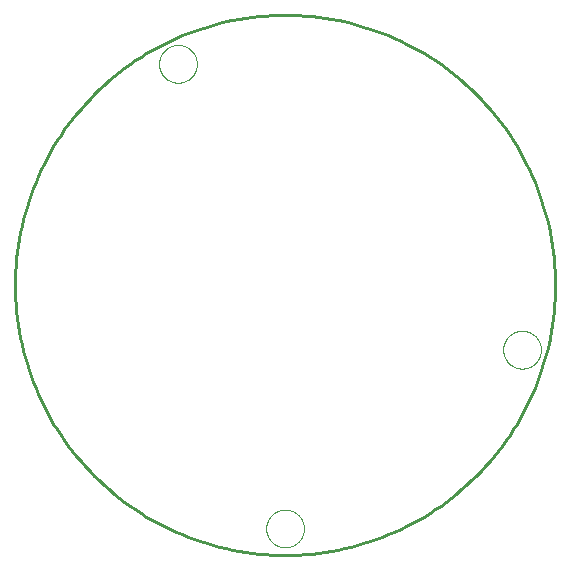
<source format=gko>
G75*
%MOIN*%
%OFA0B0*%
%FSLAX25Y25*%
%IPPOS*%
%LPD*%
%AMOC8*
5,1,8,0,0,1.08239X$1,22.5*
%
%ADD10C,0.01000*%
%ADD11C,0.00000*%
D10*
X0000000Y0090000D02*
X0000027Y0092209D01*
X0000108Y0094416D01*
X0000244Y0096621D01*
X0000433Y0098822D01*
X0000677Y0101017D01*
X0000974Y0103206D01*
X0001325Y0105387D01*
X0001729Y0107558D01*
X0002187Y0109719D01*
X0002697Y0111868D01*
X0003260Y0114004D01*
X0003875Y0116126D01*
X0004542Y0118231D01*
X0005261Y0120320D01*
X0006031Y0122391D01*
X0006851Y0124442D01*
X0007721Y0126472D01*
X0008641Y0128480D01*
X0009610Y0130465D01*
X0010627Y0132426D01*
X0011692Y0134361D01*
X0012804Y0136269D01*
X0013963Y0138150D01*
X0015168Y0140001D01*
X0016417Y0141823D01*
X0017711Y0143613D01*
X0019049Y0145371D01*
X0020429Y0147095D01*
X0021851Y0148786D01*
X0023314Y0150440D01*
X0024818Y0152059D01*
X0026360Y0153640D01*
X0027941Y0155182D01*
X0029560Y0156686D01*
X0031214Y0158149D01*
X0032905Y0159571D01*
X0034629Y0160951D01*
X0036387Y0162289D01*
X0038177Y0163583D01*
X0039999Y0164832D01*
X0041850Y0166037D01*
X0043731Y0167196D01*
X0045639Y0168308D01*
X0047574Y0169373D01*
X0049535Y0170390D01*
X0051520Y0171359D01*
X0053528Y0172279D01*
X0055558Y0173149D01*
X0057609Y0173969D01*
X0059680Y0174739D01*
X0061769Y0175458D01*
X0063874Y0176125D01*
X0065996Y0176740D01*
X0068132Y0177303D01*
X0070281Y0177813D01*
X0072442Y0178271D01*
X0074613Y0178675D01*
X0076794Y0179026D01*
X0078983Y0179323D01*
X0081178Y0179567D01*
X0083379Y0179756D01*
X0085584Y0179892D01*
X0087791Y0179973D01*
X0090000Y0180000D01*
X0092209Y0179973D01*
X0094416Y0179892D01*
X0096621Y0179756D01*
X0098822Y0179567D01*
X0101017Y0179323D01*
X0103206Y0179026D01*
X0105387Y0178675D01*
X0107558Y0178271D01*
X0109719Y0177813D01*
X0111868Y0177303D01*
X0114004Y0176740D01*
X0116126Y0176125D01*
X0118231Y0175458D01*
X0120320Y0174739D01*
X0122391Y0173969D01*
X0124442Y0173149D01*
X0126472Y0172279D01*
X0128480Y0171359D01*
X0130465Y0170390D01*
X0132426Y0169373D01*
X0134361Y0168308D01*
X0136269Y0167196D01*
X0138150Y0166037D01*
X0140001Y0164832D01*
X0141823Y0163583D01*
X0143613Y0162289D01*
X0145371Y0160951D01*
X0147095Y0159571D01*
X0148786Y0158149D01*
X0150440Y0156686D01*
X0152059Y0155182D01*
X0153640Y0153640D01*
X0155182Y0152059D01*
X0156686Y0150440D01*
X0158149Y0148786D01*
X0159571Y0147095D01*
X0160951Y0145371D01*
X0162289Y0143613D01*
X0163583Y0141823D01*
X0164832Y0140001D01*
X0166037Y0138150D01*
X0167196Y0136269D01*
X0168308Y0134361D01*
X0169373Y0132426D01*
X0170390Y0130465D01*
X0171359Y0128480D01*
X0172279Y0126472D01*
X0173149Y0124442D01*
X0173969Y0122391D01*
X0174739Y0120320D01*
X0175458Y0118231D01*
X0176125Y0116126D01*
X0176740Y0114004D01*
X0177303Y0111868D01*
X0177813Y0109719D01*
X0178271Y0107558D01*
X0178675Y0105387D01*
X0179026Y0103206D01*
X0179323Y0101017D01*
X0179567Y0098822D01*
X0179756Y0096621D01*
X0179892Y0094416D01*
X0179973Y0092209D01*
X0180000Y0090000D01*
X0179973Y0087791D01*
X0179892Y0085584D01*
X0179756Y0083379D01*
X0179567Y0081178D01*
X0179323Y0078983D01*
X0179026Y0076794D01*
X0178675Y0074613D01*
X0178271Y0072442D01*
X0177813Y0070281D01*
X0177303Y0068132D01*
X0176740Y0065996D01*
X0176125Y0063874D01*
X0175458Y0061769D01*
X0174739Y0059680D01*
X0173969Y0057609D01*
X0173149Y0055558D01*
X0172279Y0053528D01*
X0171359Y0051520D01*
X0170390Y0049535D01*
X0169373Y0047574D01*
X0168308Y0045639D01*
X0167196Y0043731D01*
X0166037Y0041850D01*
X0164832Y0039999D01*
X0163583Y0038177D01*
X0162289Y0036387D01*
X0160951Y0034629D01*
X0159571Y0032905D01*
X0158149Y0031214D01*
X0156686Y0029560D01*
X0155182Y0027941D01*
X0153640Y0026360D01*
X0152059Y0024818D01*
X0150440Y0023314D01*
X0148786Y0021851D01*
X0147095Y0020429D01*
X0145371Y0019049D01*
X0143613Y0017711D01*
X0141823Y0016417D01*
X0140001Y0015168D01*
X0138150Y0013963D01*
X0136269Y0012804D01*
X0134361Y0011692D01*
X0132426Y0010627D01*
X0130465Y0009610D01*
X0128480Y0008641D01*
X0126472Y0007721D01*
X0124442Y0006851D01*
X0122391Y0006031D01*
X0120320Y0005261D01*
X0118231Y0004542D01*
X0116126Y0003875D01*
X0114004Y0003260D01*
X0111868Y0002697D01*
X0109719Y0002187D01*
X0107558Y0001729D01*
X0105387Y0001325D01*
X0103206Y0000974D01*
X0101017Y0000677D01*
X0098822Y0000433D01*
X0096621Y0000244D01*
X0094416Y0000108D01*
X0092209Y0000027D01*
X0090000Y0000000D01*
X0087791Y0000027D01*
X0085584Y0000108D01*
X0083379Y0000244D01*
X0081178Y0000433D01*
X0078983Y0000677D01*
X0076794Y0000974D01*
X0074613Y0001325D01*
X0072442Y0001729D01*
X0070281Y0002187D01*
X0068132Y0002697D01*
X0065996Y0003260D01*
X0063874Y0003875D01*
X0061769Y0004542D01*
X0059680Y0005261D01*
X0057609Y0006031D01*
X0055558Y0006851D01*
X0053528Y0007721D01*
X0051520Y0008641D01*
X0049535Y0009610D01*
X0047574Y0010627D01*
X0045639Y0011692D01*
X0043731Y0012804D01*
X0041850Y0013963D01*
X0039999Y0015168D01*
X0038177Y0016417D01*
X0036387Y0017711D01*
X0034629Y0019049D01*
X0032905Y0020429D01*
X0031214Y0021851D01*
X0029560Y0023314D01*
X0027941Y0024818D01*
X0026360Y0026360D01*
X0024818Y0027941D01*
X0023314Y0029560D01*
X0021851Y0031214D01*
X0020429Y0032905D01*
X0019049Y0034629D01*
X0017711Y0036387D01*
X0016417Y0038177D01*
X0015168Y0039999D01*
X0013963Y0041850D01*
X0012804Y0043731D01*
X0011692Y0045639D01*
X0010627Y0047574D01*
X0009610Y0049535D01*
X0008641Y0051520D01*
X0007721Y0053528D01*
X0006851Y0055558D01*
X0006031Y0057609D01*
X0005261Y0059680D01*
X0004542Y0061769D01*
X0003875Y0063874D01*
X0003260Y0065996D01*
X0002697Y0068132D01*
X0002187Y0070281D01*
X0001729Y0072442D01*
X0001325Y0074613D01*
X0000974Y0076794D01*
X0000677Y0078983D01*
X0000433Y0081178D01*
X0000244Y0083379D01*
X0000108Y0085584D01*
X0000027Y0087791D01*
X0000000Y0090000D01*
D11*
X0048001Y0163700D02*
X0048003Y0163858D01*
X0048009Y0164016D01*
X0048019Y0164174D01*
X0048033Y0164332D01*
X0048051Y0164489D01*
X0048072Y0164646D01*
X0048098Y0164802D01*
X0048128Y0164958D01*
X0048161Y0165113D01*
X0048199Y0165266D01*
X0048240Y0165419D01*
X0048285Y0165571D01*
X0048334Y0165722D01*
X0048387Y0165871D01*
X0048443Y0166019D01*
X0048503Y0166165D01*
X0048567Y0166310D01*
X0048635Y0166453D01*
X0048706Y0166595D01*
X0048780Y0166735D01*
X0048858Y0166872D01*
X0048940Y0167008D01*
X0049024Y0167142D01*
X0049113Y0167273D01*
X0049204Y0167402D01*
X0049299Y0167529D01*
X0049396Y0167654D01*
X0049497Y0167776D01*
X0049601Y0167895D01*
X0049708Y0168012D01*
X0049818Y0168126D01*
X0049931Y0168237D01*
X0050046Y0168346D01*
X0050164Y0168451D01*
X0050285Y0168553D01*
X0050408Y0168653D01*
X0050534Y0168749D01*
X0050662Y0168842D01*
X0050792Y0168932D01*
X0050925Y0169018D01*
X0051060Y0169102D01*
X0051196Y0169181D01*
X0051335Y0169258D01*
X0051476Y0169330D01*
X0051618Y0169400D01*
X0051762Y0169465D01*
X0051908Y0169527D01*
X0052055Y0169585D01*
X0052204Y0169640D01*
X0052354Y0169691D01*
X0052505Y0169738D01*
X0052657Y0169781D01*
X0052810Y0169820D01*
X0052965Y0169856D01*
X0053120Y0169887D01*
X0053276Y0169915D01*
X0053432Y0169939D01*
X0053589Y0169959D01*
X0053747Y0169975D01*
X0053904Y0169987D01*
X0054063Y0169995D01*
X0054221Y0169999D01*
X0054379Y0169999D01*
X0054537Y0169995D01*
X0054696Y0169987D01*
X0054853Y0169975D01*
X0055011Y0169959D01*
X0055168Y0169939D01*
X0055324Y0169915D01*
X0055480Y0169887D01*
X0055635Y0169856D01*
X0055790Y0169820D01*
X0055943Y0169781D01*
X0056095Y0169738D01*
X0056246Y0169691D01*
X0056396Y0169640D01*
X0056545Y0169585D01*
X0056692Y0169527D01*
X0056838Y0169465D01*
X0056982Y0169400D01*
X0057124Y0169330D01*
X0057265Y0169258D01*
X0057404Y0169181D01*
X0057540Y0169102D01*
X0057675Y0169018D01*
X0057808Y0168932D01*
X0057938Y0168842D01*
X0058066Y0168749D01*
X0058192Y0168653D01*
X0058315Y0168553D01*
X0058436Y0168451D01*
X0058554Y0168346D01*
X0058669Y0168237D01*
X0058782Y0168126D01*
X0058892Y0168012D01*
X0058999Y0167895D01*
X0059103Y0167776D01*
X0059204Y0167654D01*
X0059301Y0167529D01*
X0059396Y0167402D01*
X0059487Y0167273D01*
X0059576Y0167142D01*
X0059660Y0167008D01*
X0059742Y0166872D01*
X0059820Y0166735D01*
X0059894Y0166595D01*
X0059965Y0166453D01*
X0060033Y0166310D01*
X0060097Y0166165D01*
X0060157Y0166019D01*
X0060213Y0165871D01*
X0060266Y0165722D01*
X0060315Y0165571D01*
X0060360Y0165419D01*
X0060401Y0165266D01*
X0060439Y0165113D01*
X0060472Y0164958D01*
X0060502Y0164802D01*
X0060528Y0164646D01*
X0060549Y0164489D01*
X0060567Y0164332D01*
X0060581Y0164174D01*
X0060591Y0164016D01*
X0060597Y0163858D01*
X0060599Y0163700D01*
X0060597Y0163542D01*
X0060591Y0163384D01*
X0060581Y0163226D01*
X0060567Y0163068D01*
X0060549Y0162911D01*
X0060528Y0162754D01*
X0060502Y0162598D01*
X0060472Y0162442D01*
X0060439Y0162287D01*
X0060401Y0162134D01*
X0060360Y0161981D01*
X0060315Y0161829D01*
X0060266Y0161678D01*
X0060213Y0161529D01*
X0060157Y0161381D01*
X0060097Y0161235D01*
X0060033Y0161090D01*
X0059965Y0160947D01*
X0059894Y0160805D01*
X0059820Y0160665D01*
X0059742Y0160528D01*
X0059660Y0160392D01*
X0059576Y0160258D01*
X0059487Y0160127D01*
X0059396Y0159998D01*
X0059301Y0159871D01*
X0059204Y0159746D01*
X0059103Y0159624D01*
X0058999Y0159505D01*
X0058892Y0159388D01*
X0058782Y0159274D01*
X0058669Y0159163D01*
X0058554Y0159054D01*
X0058436Y0158949D01*
X0058315Y0158847D01*
X0058192Y0158747D01*
X0058066Y0158651D01*
X0057938Y0158558D01*
X0057808Y0158468D01*
X0057675Y0158382D01*
X0057540Y0158298D01*
X0057404Y0158219D01*
X0057265Y0158142D01*
X0057124Y0158070D01*
X0056982Y0158000D01*
X0056838Y0157935D01*
X0056692Y0157873D01*
X0056545Y0157815D01*
X0056396Y0157760D01*
X0056246Y0157709D01*
X0056095Y0157662D01*
X0055943Y0157619D01*
X0055790Y0157580D01*
X0055635Y0157544D01*
X0055480Y0157513D01*
X0055324Y0157485D01*
X0055168Y0157461D01*
X0055011Y0157441D01*
X0054853Y0157425D01*
X0054696Y0157413D01*
X0054537Y0157405D01*
X0054379Y0157401D01*
X0054221Y0157401D01*
X0054063Y0157405D01*
X0053904Y0157413D01*
X0053747Y0157425D01*
X0053589Y0157441D01*
X0053432Y0157461D01*
X0053276Y0157485D01*
X0053120Y0157513D01*
X0052965Y0157544D01*
X0052810Y0157580D01*
X0052657Y0157619D01*
X0052505Y0157662D01*
X0052354Y0157709D01*
X0052204Y0157760D01*
X0052055Y0157815D01*
X0051908Y0157873D01*
X0051762Y0157935D01*
X0051618Y0158000D01*
X0051476Y0158070D01*
X0051335Y0158142D01*
X0051196Y0158219D01*
X0051060Y0158298D01*
X0050925Y0158382D01*
X0050792Y0158468D01*
X0050662Y0158558D01*
X0050534Y0158651D01*
X0050408Y0158747D01*
X0050285Y0158847D01*
X0050164Y0158949D01*
X0050046Y0159054D01*
X0049931Y0159163D01*
X0049818Y0159274D01*
X0049708Y0159388D01*
X0049601Y0159505D01*
X0049497Y0159624D01*
X0049396Y0159746D01*
X0049299Y0159871D01*
X0049204Y0159998D01*
X0049113Y0160127D01*
X0049024Y0160258D01*
X0048940Y0160392D01*
X0048858Y0160528D01*
X0048780Y0160665D01*
X0048706Y0160805D01*
X0048635Y0160947D01*
X0048567Y0161090D01*
X0048503Y0161235D01*
X0048443Y0161381D01*
X0048387Y0161529D01*
X0048334Y0161678D01*
X0048285Y0161829D01*
X0048240Y0161981D01*
X0048199Y0162134D01*
X0048161Y0162287D01*
X0048128Y0162442D01*
X0048098Y0162598D01*
X0048072Y0162754D01*
X0048051Y0162911D01*
X0048033Y0163068D01*
X0048019Y0163226D01*
X0048009Y0163384D01*
X0048003Y0163542D01*
X0048001Y0163700D01*
X0162701Y0068400D02*
X0162703Y0068558D01*
X0162709Y0068716D01*
X0162719Y0068874D01*
X0162733Y0069032D01*
X0162751Y0069189D01*
X0162772Y0069346D01*
X0162798Y0069502D01*
X0162828Y0069658D01*
X0162861Y0069813D01*
X0162899Y0069966D01*
X0162940Y0070119D01*
X0162985Y0070271D01*
X0163034Y0070422D01*
X0163087Y0070571D01*
X0163143Y0070719D01*
X0163203Y0070865D01*
X0163267Y0071010D01*
X0163335Y0071153D01*
X0163406Y0071295D01*
X0163480Y0071435D01*
X0163558Y0071572D01*
X0163640Y0071708D01*
X0163724Y0071842D01*
X0163813Y0071973D01*
X0163904Y0072102D01*
X0163999Y0072229D01*
X0164096Y0072354D01*
X0164197Y0072476D01*
X0164301Y0072595D01*
X0164408Y0072712D01*
X0164518Y0072826D01*
X0164631Y0072937D01*
X0164746Y0073046D01*
X0164864Y0073151D01*
X0164985Y0073253D01*
X0165108Y0073353D01*
X0165234Y0073449D01*
X0165362Y0073542D01*
X0165492Y0073632D01*
X0165625Y0073718D01*
X0165760Y0073802D01*
X0165896Y0073881D01*
X0166035Y0073958D01*
X0166176Y0074030D01*
X0166318Y0074100D01*
X0166462Y0074165D01*
X0166608Y0074227D01*
X0166755Y0074285D01*
X0166904Y0074340D01*
X0167054Y0074391D01*
X0167205Y0074438D01*
X0167357Y0074481D01*
X0167510Y0074520D01*
X0167665Y0074556D01*
X0167820Y0074587D01*
X0167976Y0074615D01*
X0168132Y0074639D01*
X0168289Y0074659D01*
X0168447Y0074675D01*
X0168604Y0074687D01*
X0168763Y0074695D01*
X0168921Y0074699D01*
X0169079Y0074699D01*
X0169237Y0074695D01*
X0169396Y0074687D01*
X0169553Y0074675D01*
X0169711Y0074659D01*
X0169868Y0074639D01*
X0170024Y0074615D01*
X0170180Y0074587D01*
X0170335Y0074556D01*
X0170490Y0074520D01*
X0170643Y0074481D01*
X0170795Y0074438D01*
X0170946Y0074391D01*
X0171096Y0074340D01*
X0171245Y0074285D01*
X0171392Y0074227D01*
X0171538Y0074165D01*
X0171682Y0074100D01*
X0171824Y0074030D01*
X0171965Y0073958D01*
X0172104Y0073881D01*
X0172240Y0073802D01*
X0172375Y0073718D01*
X0172508Y0073632D01*
X0172638Y0073542D01*
X0172766Y0073449D01*
X0172892Y0073353D01*
X0173015Y0073253D01*
X0173136Y0073151D01*
X0173254Y0073046D01*
X0173369Y0072937D01*
X0173482Y0072826D01*
X0173592Y0072712D01*
X0173699Y0072595D01*
X0173803Y0072476D01*
X0173904Y0072354D01*
X0174001Y0072229D01*
X0174096Y0072102D01*
X0174187Y0071973D01*
X0174276Y0071842D01*
X0174360Y0071708D01*
X0174442Y0071572D01*
X0174520Y0071435D01*
X0174594Y0071295D01*
X0174665Y0071153D01*
X0174733Y0071010D01*
X0174797Y0070865D01*
X0174857Y0070719D01*
X0174913Y0070571D01*
X0174966Y0070422D01*
X0175015Y0070271D01*
X0175060Y0070119D01*
X0175101Y0069966D01*
X0175139Y0069813D01*
X0175172Y0069658D01*
X0175202Y0069502D01*
X0175228Y0069346D01*
X0175249Y0069189D01*
X0175267Y0069032D01*
X0175281Y0068874D01*
X0175291Y0068716D01*
X0175297Y0068558D01*
X0175299Y0068400D01*
X0175297Y0068242D01*
X0175291Y0068084D01*
X0175281Y0067926D01*
X0175267Y0067768D01*
X0175249Y0067611D01*
X0175228Y0067454D01*
X0175202Y0067298D01*
X0175172Y0067142D01*
X0175139Y0066987D01*
X0175101Y0066834D01*
X0175060Y0066681D01*
X0175015Y0066529D01*
X0174966Y0066378D01*
X0174913Y0066229D01*
X0174857Y0066081D01*
X0174797Y0065935D01*
X0174733Y0065790D01*
X0174665Y0065647D01*
X0174594Y0065505D01*
X0174520Y0065365D01*
X0174442Y0065228D01*
X0174360Y0065092D01*
X0174276Y0064958D01*
X0174187Y0064827D01*
X0174096Y0064698D01*
X0174001Y0064571D01*
X0173904Y0064446D01*
X0173803Y0064324D01*
X0173699Y0064205D01*
X0173592Y0064088D01*
X0173482Y0063974D01*
X0173369Y0063863D01*
X0173254Y0063754D01*
X0173136Y0063649D01*
X0173015Y0063547D01*
X0172892Y0063447D01*
X0172766Y0063351D01*
X0172638Y0063258D01*
X0172508Y0063168D01*
X0172375Y0063082D01*
X0172240Y0062998D01*
X0172104Y0062919D01*
X0171965Y0062842D01*
X0171824Y0062770D01*
X0171682Y0062700D01*
X0171538Y0062635D01*
X0171392Y0062573D01*
X0171245Y0062515D01*
X0171096Y0062460D01*
X0170946Y0062409D01*
X0170795Y0062362D01*
X0170643Y0062319D01*
X0170490Y0062280D01*
X0170335Y0062244D01*
X0170180Y0062213D01*
X0170024Y0062185D01*
X0169868Y0062161D01*
X0169711Y0062141D01*
X0169553Y0062125D01*
X0169396Y0062113D01*
X0169237Y0062105D01*
X0169079Y0062101D01*
X0168921Y0062101D01*
X0168763Y0062105D01*
X0168604Y0062113D01*
X0168447Y0062125D01*
X0168289Y0062141D01*
X0168132Y0062161D01*
X0167976Y0062185D01*
X0167820Y0062213D01*
X0167665Y0062244D01*
X0167510Y0062280D01*
X0167357Y0062319D01*
X0167205Y0062362D01*
X0167054Y0062409D01*
X0166904Y0062460D01*
X0166755Y0062515D01*
X0166608Y0062573D01*
X0166462Y0062635D01*
X0166318Y0062700D01*
X0166176Y0062770D01*
X0166035Y0062842D01*
X0165896Y0062919D01*
X0165760Y0062998D01*
X0165625Y0063082D01*
X0165492Y0063168D01*
X0165362Y0063258D01*
X0165234Y0063351D01*
X0165108Y0063447D01*
X0164985Y0063547D01*
X0164864Y0063649D01*
X0164746Y0063754D01*
X0164631Y0063863D01*
X0164518Y0063974D01*
X0164408Y0064088D01*
X0164301Y0064205D01*
X0164197Y0064324D01*
X0164096Y0064446D01*
X0163999Y0064571D01*
X0163904Y0064698D01*
X0163813Y0064827D01*
X0163724Y0064958D01*
X0163640Y0065092D01*
X0163558Y0065228D01*
X0163480Y0065365D01*
X0163406Y0065505D01*
X0163335Y0065647D01*
X0163267Y0065790D01*
X0163203Y0065935D01*
X0163143Y0066081D01*
X0163087Y0066229D01*
X0163034Y0066378D01*
X0162985Y0066529D01*
X0162940Y0066681D01*
X0162899Y0066834D01*
X0162861Y0066987D01*
X0162828Y0067142D01*
X0162798Y0067298D01*
X0162772Y0067454D01*
X0162751Y0067611D01*
X0162733Y0067768D01*
X0162719Y0067926D01*
X0162709Y0068084D01*
X0162703Y0068242D01*
X0162701Y0068400D01*
X0083701Y0008800D02*
X0083703Y0008958D01*
X0083709Y0009116D01*
X0083719Y0009274D01*
X0083733Y0009432D01*
X0083751Y0009589D01*
X0083772Y0009746D01*
X0083798Y0009902D01*
X0083828Y0010058D01*
X0083861Y0010213D01*
X0083899Y0010366D01*
X0083940Y0010519D01*
X0083985Y0010671D01*
X0084034Y0010822D01*
X0084087Y0010971D01*
X0084143Y0011119D01*
X0084203Y0011265D01*
X0084267Y0011410D01*
X0084335Y0011553D01*
X0084406Y0011695D01*
X0084480Y0011835D01*
X0084558Y0011972D01*
X0084640Y0012108D01*
X0084724Y0012242D01*
X0084813Y0012373D01*
X0084904Y0012502D01*
X0084999Y0012629D01*
X0085096Y0012754D01*
X0085197Y0012876D01*
X0085301Y0012995D01*
X0085408Y0013112D01*
X0085518Y0013226D01*
X0085631Y0013337D01*
X0085746Y0013446D01*
X0085864Y0013551D01*
X0085985Y0013653D01*
X0086108Y0013753D01*
X0086234Y0013849D01*
X0086362Y0013942D01*
X0086492Y0014032D01*
X0086625Y0014118D01*
X0086760Y0014202D01*
X0086896Y0014281D01*
X0087035Y0014358D01*
X0087176Y0014430D01*
X0087318Y0014500D01*
X0087462Y0014565D01*
X0087608Y0014627D01*
X0087755Y0014685D01*
X0087904Y0014740D01*
X0088054Y0014791D01*
X0088205Y0014838D01*
X0088357Y0014881D01*
X0088510Y0014920D01*
X0088665Y0014956D01*
X0088820Y0014987D01*
X0088976Y0015015D01*
X0089132Y0015039D01*
X0089289Y0015059D01*
X0089447Y0015075D01*
X0089604Y0015087D01*
X0089763Y0015095D01*
X0089921Y0015099D01*
X0090079Y0015099D01*
X0090237Y0015095D01*
X0090396Y0015087D01*
X0090553Y0015075D01*
X0090711Y0015059D01*
X0090868Y0015039D01*
X0091024Y0015015D01*
X0091180Y0014987D01*
X0091335Y0014956D01*
X0091490Y0014920D01*
X0091643Y0014881D01*
X0091795Y0014838D01*
X0091946Y0014791D01*
X0092096Y0014740D01*
X0092245Y0014685D01*
X0092392Y0014627D01*
X0092538Y0014565D01*
X0092682Y0014500D01*
X0092824Y0014430D01*
X0092965Y0014358D01*
X0093104Y0014281D01*
X0093240Y0014202D01*
X0093375Y0014118D01*
X0093508Y0014032D01*
X0093638Y0013942D01*
X0093766Y0013849D01*
X0093892Y0013753D01*
X0094015Y0013653D01*
X0094136Y0013551D01*
X0094254Y0013446D01*
X0094369Y0013337D01*
X0094482Y0013226D01*
X0094592Y0013112D01*
X0094699Y0012995D01*
X0094803Y0012876D01*
X0094904Y0012754D01*
X0095001Y0012629D01*
X0095096Y0012502D01*
X0095187Y0012373D01*
X0095276Y0012242D01*
X0095360Y0012108D01*
X0095442Y0011972D01*
X0095520Y0011835D01*
X0095594Y0011695D01*
X0095665Y0011553D01*
X0095733Y0011410D01*
X0095797Y0011265D01*
X0095857Y0011119D01*
X0095913Y0010971D01*
X0095966Y0010822D01*
X0096015Y0010671D01*
X0096060Y0010519D01*
X0096101Y0010366D01*
X0096139Y0010213D01*
X0096172Y0010058D01*
X0096202Y0009902D01*
X0096228Y0009746D01*
X0096249Y0009589D01*
X0096267Y0009432D01*
X0096281Y0009274D01*
X0096291Y0009116D01*
X0096297Y0008958D01*
X0096299Y0008800D01*
X0096297Y0008642D01*
X0096291Y0008484D01*
X0096281Y0008326D01*
X0096267Y0008168D01*
X0096249Y0008011D01*
X0096228Y0007854D01*
X0096202Y0007698D01*
X0096172Y0007542D01*
X0096139Y0007387D01*
X0096101Y0007234D01*
X0096060Y0007081D01*
X0096015Y0006929D01*
X0095966Y0006778D01*
X0095913Y0006629D01*
X0095857Y0006481D01*
X0095797Y0006335D01*
X0095733Y0006190D01*
X0095665Y0006047D01*
X0095594Y0005905D01*
X0095520Y0005765D01*
X0095442Y0005628D01*
X0095360Y0005492D01*
X0095276Y0005358D01*
X0095187Y0005227D01*
X0095096Y0005098D01*
X0095001Y0004971D01*
X0094904Y0004846D01*
X0094803Y0004724D01*
X0094699Y0004605D01*
X0094592Y0004488D01*
X0094482Y0004374D01*
X0094369Y0004263D01*
X0094254Y0004154D01*
X0094136Y0004049D01*
X0094015Y0003947D01*
X0093892Y0003847D01*
X0093766Y0003751D01*
X0093638Y0003658D01*
X0093508Y0003568D01*
X0093375Y0003482D01*
X0093240Y0003398D01*
X0093104Y0003319D01*
X0092965Y0003242D01*
X0092824Y0003170D01*
X0092682Y0003100D01*
X0092538Y0003035D01*
X0092392Y0002973D01*
X0092245Y0002915D01*
X0092096Y0002860D01*
X0091946Y0002809D01*
X0091795Y0002762D01*
X0091643Y0002719D01*
X0091490Y0002680D01*
X0091335Y0002644D01*
X0091180Y0002613D01*
X0091024Y0002585D01*
X0090868Y0002561D01*
X0090711Y0002541D01*
X0090553Y0002525D01*
X0090396Y0002513D01*
X0090237Y0002505D01*
X0090079Y0002501D01*
X0089921Y0002501D01*
X0089763Y0002505D01*
X0089604Y0002513D01*
X0089447Y0002525D01*
X0089289Y0002541D01*
X0089132Y0002561D01*
X0088976Y0002585D01*
X0088820Y0002613D01*
X0088665Y0002644D01*
X0088510Y0002680D01*
X0088357Y0002719D01*
X0088205Y0002762D01*
X0088054Y0002809D01*
X0087904Y0002860D01*
X0087755Y0002915D01*
X0087608Y0002973D01*
X0087462Y0003035D01*
X0087318Y0003100D01*
X0087176Y0003170D01*
X0087035Y0003242D01*
X0086896Y0003319D01*
X0086760Y0003398D01*
X0086625Y0003482D01*
X0086492Y0003568D01*
X0086362Y0003658D01*
X0086234Y0003751D01*
X0086108Y0003847D01*
X0085985Y0003947D01*
X0085864Y0004049D01*
X0085746Y0004154D01*
X0085631Y0004263D01*
X0085518Y0004374D01*
X0085408Y0004488D01*
X0085301Y0004605D01*
X0085197Y0004724D01*
X0085096Y0004846D01*
X0084999Y0004971D01*
X0084904Y0005098D01*
X0084813Y0005227D01*
X0084724Y0005358D01*
X0084640Y0005492D01*
X0084558Y0005628D01*
X0084480Y0005765D01*
X0084406Y0005905D01*
X0084335Y0006047D01*
X0084267Y0006190D01*
X0084203Y0006335D01*
X0084143Y0006481D01*
X0084087Y0006629D01*
X0084034Y0006778D01*
X0083985Y0006929D01*
X0083940Y0007081D01*
X0083899Y0007234D01*
X0083861Y0007387D01*
X0083828Y0007542D01*
X0083798Y0007698D01*
X0083772Y0007854D01*
X0083751Y0008011D01*
X0083733Y0008168D01*
X0083719Y0008326D01*
X0083709Y0008484D01*
X0083703Y0008642D01*
X0083701Y0008800D01*
M02*

</source>
